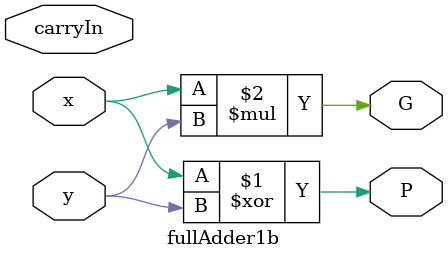
<source format=v>
module fullAdder1b(x,y,carryIn,G,P);
	input x,y,carryIn;
	output P, G;
	

	assign P = x^y;
	assign G = x*y;


endmodule

</source>
